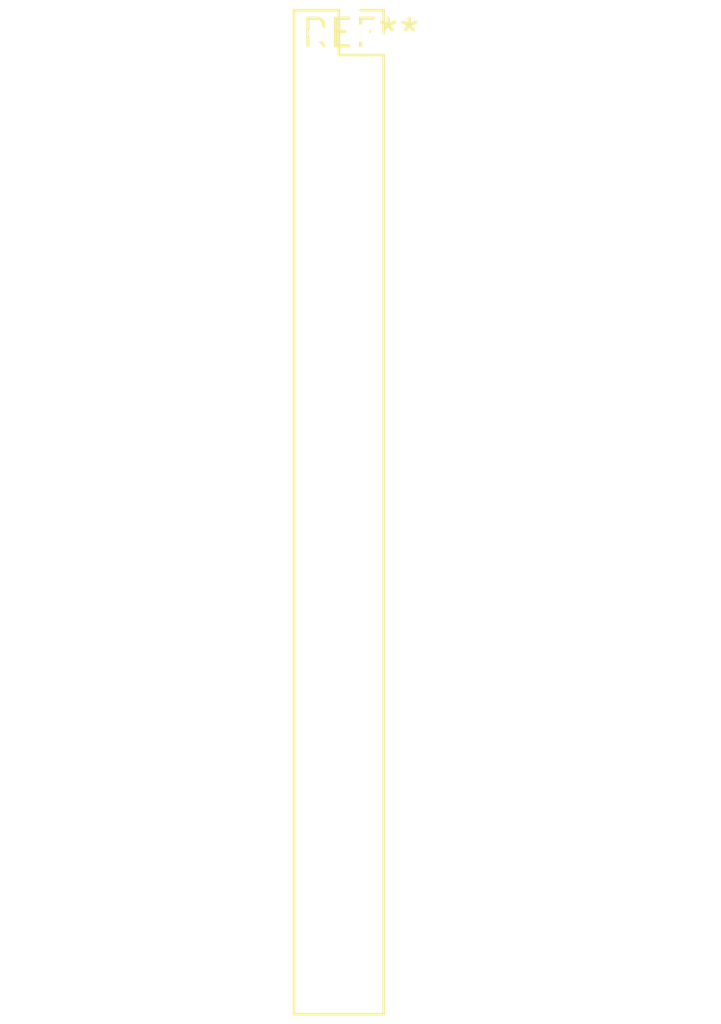
<source format=kicad_pcb>
(kicad_pcb (version 20240108) (generator pcbnew)
  (layers (0 "F.Cu" signal) (31 "B.Cu" signal) (34 "B.Paste" user) (35 "F.Paste" user) (36 "B.SilkS" user "B.Silkscreen") (37 "F.SilkS" user "F.Silkscreen") (38 "B.Mask" user) (39 "F.Mask" user) (44 "Edge.Cuts" user))
  (net 0 "")
  (footprint "PinSocket_2x23_P2.00mm_Vertical" (layer "F.Cu") (at 0 0)
    (property "Reference" "REF**")
    (property "Value" "PinSocket_2x23_P2.00mm_Vertical")
    (fp_line (start -3.06 -1.06) (end -3.06 45.06) (layer "F.SilkS") (stroke (width 0.12)))
    (fp_line (start -3.06 -1.06) (end -1 -1.06) (layer "F.SilkS") (stroke (width 0.12)))
    (fp_line (start -3.06 45.06) (end 1.06 45.06) (layer "F.SilkS") (stroke (width 0.12)))
    (fp_line (start -1 -1.06) (end -1 1) (layer "F.SilkS") (stroke (width 0.12)))
    (fp_line (start -1 1) (end 1.06 1) (layer "F.SilkS") (stroke (width 0.12)))
    (fp_line (start 0 -1.06) (end 1.06 -1.06) (layer "F.SilkS") (stroke (width 0.12)))
    (fp_line (start 1.06 -1.06) (end 1.06 0) (layer "F.SilkS") (stroke (width 0.12)))
    (fp_line (start 1.06 1) (end 1.06 45.06) (layer "F.SilkS") (stroke (width 0.12)))
    (pad "1" thru_hole rect (at 0 0) (size 1.35 1.35) (drill 0.8) (layers *.Cu *.Mask) (remove_unused_layers))
    (pad "2" thru_hole oval (at -2 0) (size 1.35 1.35) (drill 0.8) (layers *.Cu *.Mask) (remove_unused_layers))
    (pad "3" thru_hole oval (at 0 2) (size 1.35 1.35) (drill 0.8) (layers *.Cu *.Mask) (remove_unused_layers))
    (pad "4" thru_hole oval (at -2 2) (size 1.35 1.35) (drill 0.8) (layers *.Cu *.Mask) (remove_unused_layers))
    (pad "5" thru_hole oval (at 0 4) (size 1.35 1.35) (drill 0.8) (layers *.Cu *.Mask) (remove_unused_layers))
    (pad "6" thru_hole oval (at -2 4) (size 1.35 1.35) (drill 0.8) (layers *.Cu *.Mask) (remove_unused_layers))
    (pad "7" thru_hole oval (at 0 6) (size 1.35 1.35) (drill 0.8) (layers *.Cu *.Mask) (remove_unused_layers))
    (pad "8" thru_hole oval (at -2 6) (size 1.35 1.35) (drill 0.8) (layers *.Cu *.Mask) (remove_unused_layers))
    (pad "9" thru_hole oval (at 0 8) (size 1.35 1.35) (drill 0.8) (layers *.Cu *.Mask) (remove_unused_layers))
    (pad "10" thru_hole oval (at -2 8) (size 1.35 1.35) (drill 0.8) (layers *.Cu *.Mask) (remove_unused_layers))
    (pad "11" thru_hole oval (at 0 10) (size 1.35 1.35) (drill 0.8) (layers *.Cu *.Mask) (remove_unused_layers))
    (pad "12" thru_hole oval (at -2 10) (size 1.35 1.35) (drill 0.8) (layers *.Cu *.Mask) (remove_unused_layers))
    (pad "13" thru_hole oval (at 0 12) (size 1.35 1.35) (drill 0.8) (layers *.Cu *.Mask) (remove_unused_layers))
    (pad "14" thru_hole oval (at -2 12) (size 1.35 1.35) (drill 0.8) (layers *.Cu *.Mask) (remove_unused_layers))
    (pad "15" thru_hole oval (at 0 14) (size 1.35 1.35) (drill 0.8) (layers *.Cu *.Mask) (remove_unused_layers))
    (pad "16" thru_hole oval (at -2 14) (size 1.35 1.35) (drill 0.8) (layers *.Cu *.Mask) (remove_unused_layers))
    (pad "17" thru_hole oval (at 0 16) (size 1.35 1.35) (drill 0.8) (layers *.Cu *.Mask) (remove_unused_layers))
    (pad "18" thru_hole oval (at -2 16) (size 1.35 1.35) (drill 0.8) (layers *.Cu *.Mask) (remove_unused_layers))
    (pad "19" thru_hole oval (at 0 18) (size 1.35 1.35) (drill 0.8) (layers *.Cu *.Mask) (remove_unused_layers))
    (pad "20" thru_hole oval (at -2 18) (size 1.35 1.35) (drill 0.8) (layers *.Cu *.Mask) (remove_unused_layers))
    (pad "21" thru_hole oval (at 0 20) (size 1.35 1.35) (drill 0.8) (layers *.Cu *.Mask) (remove_unused_layers))
    (pad "22" thru_hole oval (at -2 20) (size 1.35 1.35) (drill 0.8) (layers *.Cu *.Mask) (remove_unused_layers))
    (pad "23" thru_hole oval (at 0 22) (size 1.35 1.35) (drill 0.8) (layers *.Cu *.Mask) (remove_unused_layers))
    (pad "24" thru_hole oval (at -2 22) (size 1.35 1.35) (drill 0.8) (layers *.Cu *.Mask) (remove_unused_layers))
    (pad "25" thru_hole oval (at 0 24) (size 1.35 1.35) (drill 0.8) (layers *.Cu *.Mask) (remove_unused_layers))
    (pad "26" thru_hole oval (at -2 24) (size 1.35 1.35) (drill 0.8) (layers *.Cu *.Mask) (remove_unused_layers))
    (pad "27" thru_hole oval (at 0 26) (size 1.35 1.35) (drill 0.8) (layers *.Cu *.Mask) (remove_unused_layers))
    (pad "28" thru_hole oval (at -2 26) (size 1.35 1.35) (drill 0.8) (layers *.Cu *.Mask) (remove_unused_layers))
    (pad "29" thru_hole oval (at 0 28) (size 1.35 1.35) (drill 0.8) (layers *.Cu *.Mask) (remove_unused_layers))
    (pad "30" thru_hole oval (at -2 28) (size 1.35 1.35) (drill 0.8) (layers *.Cu *.Mask) (remove_unused_layers))
    (pad "31" thru_hole oval (at 0 30) (size 1.35 1.35) (drill 0.8) (layers *.Cu *.Mask) (remove_unused_layers))
    (pad "32" thru_hole oval (at -2 30) (size 1.35 1.35) (drill 0.8) (layers *.Cu *.Mask) (remove_unused_layers))
    (pad "33" thru_hole oval (at 0 32) (size 1.35 1.35) (drill 0.8) (layers *.Cu *.Mask) (remove_unused_layers))
    (pad "34" thru_hole oval (at -2 32) (size 1.35 1.35) (drill 0.8) (layers *.Cu *.Mask) (remove_unused_layers))
    (pad "35" thru_hole oval (at 0 34) (size 1.35 1.35) (drill 0.8) (layers *.Cu *.Mask) (remove_unused_layers))
    (pad "36" thru_hole oval (at -2 34) (size 1.35 1.35) (drill 0.8) (layers *.Cu *.Mask) (remove_unused_layers))
    (pad "37" thru_hole oval (at 0 36) (size 1.35 1.35) (drill 0.8) (layers *.Cu *.Mask) (remove_unused_layers))
    (pad "38" thru_hole oval (at -2 36) (size 1.35 1.35) (drill 0.8) (layers *.Cu *.Mask) (remove_unused_layers))
    (pad "39" thru_hole oval (at 0 38) (size 1.35 1.35) (drill 0.8) (layers *.Cu *.Mask) (remove_unused_layers))
    (pad "40" thru_hole oval (at -2 38) (size 1.35 1.35) (drill 0.8) (layers *.Cu *.Mask) (remove_unused_layers))
    (pad "41" thru_hole oval (at 0 40) (size 1.35 1.35) (drill 0.8) (layers *.Cu *.Mask) (remove_unused_layers))
    (pad "42" thru_hole oval (at -2 40) (size 1.35 1.35) (drill 0.8) (layers *.Cu *.Mask) (remove_unused_layers))
    (pad "43" thru_hole oval (at 0 42) (size 1.35 1.35) (drill 0.8) (layers *.Cu *.Mask) (remove_unused_layers))
    (pad "44" thru_hole oval (at -2 42) (size 1.35 1.35) (drill 0.8) (layers *.Cu *.Mask) (remove_unused_layers))
    (pad "45" thru_hole oval (at 0 44) (size 1.35 1.35) (drill 0.8) (layers *.Cu *.Mask) (remove_unused_layers))
    (pad "46" thru_hole oval (at -2 44) (size 1.35 1.35) (drill 0.8) (layers *.Cu *.Mask) (remove_unused_layers))
  )
)
</source>
